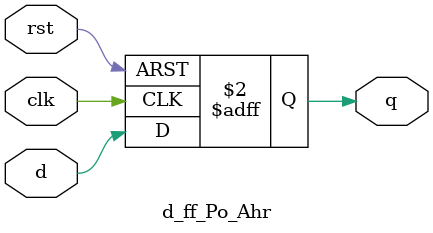
<source format=v>
`timescale 1ns / 1ps


module d_ff_Po_Ahr(q,clk,d,rst);
input clk,d,rst;
output reg q;

always @(posedge clk or posedge rst) begin
    if(rst)
        q <= 1'b0;
    else 
        q <= d;
end
endmodule

</source>
